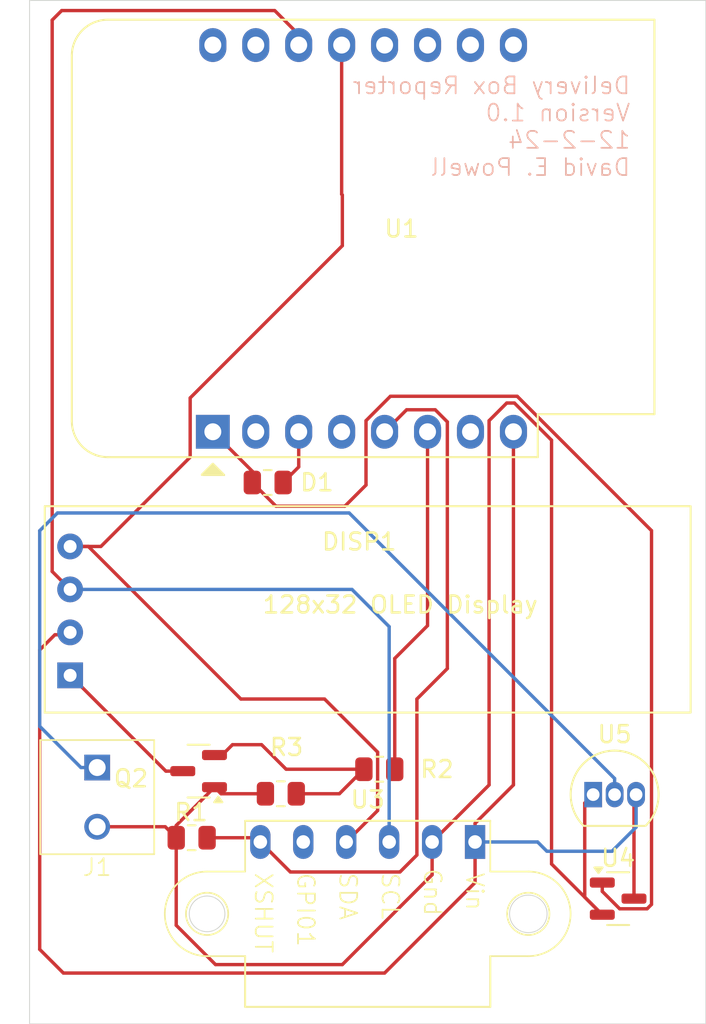
<source format=kicad_pcb>
(kicad_pcb (version 20240108) (generator "pcbnew") (generator_version "8.0")
  (layers (0 "F.Cu" signal) (31 "B.Cu" signal) (36 "B.SilkS" user "B.Silkscreen") (37 "F.SilkS" user "F.Silkscreen") (38 "B.Mask" user) (39 "F.Mask" user) (44 "Edge.Cuts" user))
  (net 0 "")
  (net 1 "Net-(D1-K)")
  (net 2 "Net-(D1-A)")
  (net 3 "Earth")
  (net 4 "Net-(Q2-B)")
  (net 5 "Net-(DISP1-Gnd)")
  (net 6 "Net-(U1-MISO{slash}D6)")
  (net 7 "Net-(U1-MOSI{slash}D7)")
  (net 13 "+3.3V")
  (net 15 "Net-(DISP1-SCL)")
  (net 19 "Net-(DISP1-SDA)")
  (net 20 "Net-(J1-Pin_1)")
  (footprint "Resistor_SMD:R_0805_2012Metric" (layer "F.Cu") (at 143.4875 115.15)
    (property "Reference" "R2" (at 3.4125 0 0) (layer "F.SilkS"))
    (property "Value" "100K")
    (fp_line (start -0.227064 -0.735) (end 0.227064 -0.735) (stroke (width 0.12)) (layer "F.SilkS"))
    (fp_line (start -0.227064 0.735) (end 0.227064 0.735) (stroke (width 0.12)) (layer "F.SilkS"))
    (pad "1" smd roundrect (at -0.9125 0) (size 1.025 1.4) (layers "F.Cu" "F.Paste" "F.Mask") (roundrect_rratio 0.243902) (net 4 "Net-(Q2-B)"))
    (pad "2" smd roundrect (at 0.9125 0) (size 1.025 1.4) (layers "F.Cu" "F.Paste" "F.Mask") (roundrect_rratio 0.243902) (net 7 "Net-(U1-MOSI{slash}D7)"))
  )
  (footprint "Package_TO_SOT_THT:TO-92_Inline" (layer "F.Cu") (at 156.135 116.65)
    (property "Reference" "U5" (at 1.27 -3.56 0) (layer "F.SilkS"))
    (property "Value" "MCP1702-3302E")
    (fp_line (start -0.53 1.85) (end 3.07 1.85) (stroke (width 0.12)) (layer "F.SilkS"))
    (fp_arc (start -0.568478 1.838478) (mid -1.132087 -0.994977) (end 1.27 -2.6) (stroke (width 0.12)) (layer "F.SilkS"))
    (fp_arc (start 1.27 -2.6) (mid 3.672087 -0.994977) (end 3.108478 1.838478) (stroke (width 0.12)) (layer "F.SilkS"))
    (pad "1" thru_hole rect (at 0 0) (size 1.05 1.5) (drill 0.75) (layers "*.Cu" "*.Mask") (net 3 "Earth"))
    (pad "2" thru_hole oval (at 1.27 0) (size 1.05 1.5) (drill 0.75) (layers "*.Cu" "*.Mask") (net 20 "Net-(J1-Pin_1)"))
    (pad "3" thru_hole oval (at 2.54 0) (size 1.05 1.5) (drill 0.75) (layers "*.Cu" "*.Mask") (net 13 "+3.3V"))
  )
  (footprint "Package_TO_SOT_SMD:SOT-23" (layer "F.Cu") (at 157.6125 122.8)
    (property "Reference" "U4" (at 0 -2.4 0) (layer "F.SilkS"))
    (property "Value" "TLV803EB33VDBZR")
    (fp_line (start 0 -1.56) (end -0.65 -1.56) (stroke (width 0.12)) (layer "F.SilkS"))
    (fp_line (start 0 -1.56) (end 0.65 -1.56) (stroke (width 0.12)) (layer "F.SilkS"))
    (fp_line (start 0 1.56) (end -0.65 1.56) (stroke (width 0.12)) (layer "F.SilkS"))
    (fp_line (start 0 1.56) (end 0.65 1.56) (stroke (width 0.12)) (layer "F.SilkS"))
    (fp_poly (pts (xy -1.1625 -1.51) (xy -1.4025 -1.84) (xy -0.9225 -1.84) (xy -1.1625 -1.51)) (stroke (width 0.12)) (fill solid) (layer "F.SilkS"))
    (pad "1" smd roundrect (at -0.9375 -0.95) (size 1.475 0.6) (layers "F.Cu" "F.Paste" "F.Mask") (net 2 "Net-(D1-A)"))
    (pad "2" smd roundrect (at -0.9375 0.95) (size 1.475 0.6) (layers "F.Cu" "F.Paste" "F.Mask") (net 3 "Earth"))
    (pad "3" smd roundrect (at 0.9375 0) (size 1.475 0.6) (layers "F.Cu" "F.Paste" "F.Mask") (net 13 "+3.3V"))
  )
  (footprint "Resistor_SMD:R_0805_2012Metric" (layer "F.Cu") (at 132.3875 119.2)
    (property "Reference" "R1" (at -0.0375 -1.5 0) (layer "F.SilkS"))
    (property "Value" "10K")
    (fp_line (start -0.227064 -0.735) (end 0.227064 -0.735) (stroke (width 0.12)) (layer "F.SilkS"))
    (fp_line (start -0.227064 0.735) (end 0.227064 0.735) (stroke (width 0.12)) (layer "F.SilkS"))
    (pad "1" smd roundrect (at -0.9125 0) (size 1.025 1.4) (layers "F.Cu" "F.Paste" "F.Mask") (roundrect_rratio 0.243902) (net 3 "Earth"))
    (pad "2" smd roundrect (at 0.9125 0) (size 1.025 1.4) (layers "F.Cu" "F.Paste" "F.Mask") (roundrect_rratio 0.243902) (net 6 "Net-(U1-MISO{slash}D6)"))
  )
  (footprint "Resistor_SMD:R_0805_2012Metric" (layer "F.Cu") (at 137.6625 116.6)
    (property "Reference" "R3" (at 0.3375 -2.75 180) (layer "F.SilkS"))
    (property "Value" "10K")
    (fp_line (start -0.227064 -0.735) (end 0.227064 -0.735) (stroke (width 0.12)) (layer "F.SilkS"))
    (fp_line (start -0.227064 0.735) (end 0.227064 0.735) (stroke (width 0.12)) (layer "F.SilkS"))
    (pad "1" smd roundrect (at -0.9125 0) (size 1.025 1.4) (layers "F.Cu" "F.Paste" "F.Mask") (roundrect_rratio 0.243902) (net 3 "Earth"))
    (pad "2" smd roundrect (at 0.9125 0) (size 1.025 1.4) (layers "F.Cu" "F.Paste" "F.Mask") (roundrect_rratio 0.243902) (net 4 "Net-(Q2-B)"))
  )
  (footprint "Package_TO_SOT_SMD:SOT-23" (layer "F.Cu") (at 132.8 115.2625 180)
    (property "Reference" "Q2" (at 4 -0.4375 180) (layer "F.SilkS"))
    (property "Value" "2N3904")
    (fp_line (start 0 1.56) (end 0.65 1.56) (stroke (width 0.12)) (layer "F.SilkS"))
    (fp_line (start 0 1.56) (end -0.65 1.56) (stroke (width 0.12)) (layer "F.SilkS"))
    (fp_line (start 0 -1.56) (end 0.65 -1.56) (stroke (width 0.12)) (layer "F.SilkS"))
    (fp_line (start 0 -1.56) (end -0.65 -1.56) (stroke (width 0.12)) (layer "F.SilkS"))
    (fp_poly (pts (xy -1.1625 -1.51) (xy -1.4025 -1.84) (xy -0.9225 -1.84) (xy -1.1625 -1.51)) (stroke (width 0.12)) (fill solid) (layer "F.SilkS"))
    (pad "1" smd roundrect (at -0.9375 -0.95 180) (size 1.475 0.6) (layers "F.Cu" "F.Paste" "F.Mask") (net 3 "Earth"))
    (pad "2" smd roundrect (at -0.9375 0.95 180) (size 1.475 0.6) (layers "F.Cu" "F.Paste" "F.Mask") (net 4 "Net-(Q2-B)"))
    (pad "3" smd roundrect (at 0.9375 0 180) (size 1.475 0.6) (layers "F.Cu" "F.Paste" "F.Mask") (net 5 "Net-(DISP1-Gnd)"))
  )
  (footprint "Display:OLED_0.91_128x32" (layer "F.Cu") (at 125.1732 109.5902)
    (property "Reference" "DISP1" (at 17.1268 -7.8902 0) (layer "F.SilkS"))
    (property "Value" "128x32_OLED_Display" (hide yes))
    (fp_rect (start -1.4732 2.2098) (end 36.7268 -9.9902) (stroke (width 0.12)) (fill none) (layer "F.SilkS"))
    (fp_text user "128x32 OLED Display" (at 19.558 -4.1656 0) (layer "F.SilkS"))
    (pad "1" thru_hole rect (at 0.0268 0.0098) (size 1.524 1.524) (drill 0.762) (layers "*.Cu" "*.Mask") (net 5 "Net-(DISP1-Gnd)"))
    (pad "2" thru_hole circle (at 0.0268 -2.5302) (size 1.524 1.524) (drill 0.762) (layers "*.Cu" "*.Mask") (net 13 "+3.3V"))
    (pad "3" thru_hole circle (at 0.0268 -5.0702) (size 1.524 1.524) (drill 0.762) (layers "*.Cu" "*.Mask") (net 15 "Net-(DISP1-SCL)"))
    (pad "4" thru_hole circle (at 0.0268 -7.6102) (size 1.524 1.524) (drill 0.762) (layers "*.Cu" "*.Mask") (net 19 "Net-(DISP1-SDA)"))
  )
  (footprint "Module:WEMOS_D1_mini_light" (layer "F.Cu") (at 133.64 95.2 90)
    (property "Reference" "U1" (at 12 11.16 180) (layer "F.SilkS"))
    (property "Value" "ESP8266 D1 Mini")
    (fp_line (start 22.24 -8.34) (end 0.63 -8.34) (stroke (width 0.12)) (layer "F.SilkS"))
    (fp_line (start 1.04 19.22) (end 1.04 26.12) (stroke (width 0.12)) (layer "F.SilkS"))
    (fp_line (start -1.5 19.22) (end -1.5 -6.21) (stroke (width 0.12)) (layer "F.SilkS"))
    (fp_line (start -1.5 19.22) (end 1.04 19.22) (stroke (width 0.12)) (layer "F.SilkS"))
    (fp_line (start 24.36 26.12) (end 24.36 -6.21) (stroke (width 0.12)) (layer "F.SilkS"))
    (fp_line (start 1.04 26.12) (end 24.36 26.12) (stroke (width 0.12)) (layer "F.SilkS"))
    (fp_arc (start 22.23 -8.34) (mid 23.736137 -7.716137) (end 24.36 -6.21) (stroke (width 0.12)) (layer "F.SilkS"))
    (fp_arc (start -1.5 -6.21) (mid -0.876137 -7.716137) (end 0.63 -8.34) (stroke (width 0.12)) (layer "F.SilkS"))
    (fp_poly (pts (xy -2.54 -0.635) (xy -2.54 0.635) (xy -1.905 0)) (stroke (width 0.15)) (fill solid) (layer "F.SilkS"))
    (pad "1" thru_hole rect (at 0 0 90) (size 2 2) (drill 1) (layers "*.Cu" "*.Mask") (net 2 "Net-(D1-A)"))
    (pad "2" thru_hole oval (at 0 2.54 90) (size 2 1.6) (drill 1) (layers "*.Cu" "*.Mask"))
    (pad "3" thru_hole oval (at 0 5.08 90) (size 2 1.6) (drill 1) (layers "*.Cu" "*.Mask") (net 1 "Net-(D1-K)"))
    (pad "4" thru_hole oval (at 0 7.62 90) (size 2 1.6) (drill 1) (layers "*.Cu" "*.Mask"))
    (pad "5" thru_hole oval (at 0 10.16 90) (size 2 1.6) (drill 1) (layers "*.Cu" "*.Mask") (net 6 "Net-(U1-MISO{slash}D6)"))
    (pad "6" thru_hole oval (at 0 12.7 90) (size 2 1.6) (drill 1) (layers "*.Cu" "*.Mask") (net 7 "Net-(U1-MOSI{slash}D7)"))
    (pad "7" thru_hole oval (at 0 15.24 90) (size 2 1.6) (drill 1) (layers "*.Cu" "*.Mask"))
    (pad "8" thru_hole oval (at 0 17.78 90) (size 2 1.6) (drill 1) (layers "*.Cu" "*.Mask") (net 13 "+3.3V"))
    (pad "9" thru_hole oval (at 22.86 17.78 90) (size 2 1.6) (drill 1) (layers "*.Cu" "*.Mask"))
    (pad "10" thru_hole oval (at 22.86 15.24 90) (size 2 1.6) (drill 1) (layers "*.Cu" "*.Mask"))
    (pad "11" thru_hole oval (at 22.86 12.7 90) (size 2 1.6) (drill 1) (layers "*.Cu" "*.Mask"))
    (pad "12" thru_hole oval (at 22.86 10.16 90) (size 2 1.6) (drill 1) (layers "*.Cu" "*.Mask"))
    (pad "13" thru_hole oval (at 22.86 7.62 90) (size 2 1.6) (drill 1) (layers "*.Cu" "*.Mask") (net 19 "Net-(DISP1-SDA)"))
    (pad "14" thru_hole oval (at 22.86 5.08 90) (size 2 1.6) (drill 1) (layers "*.Cu" "*.Mask") (net 15 "Net-(DISP1-SCL)"))
    (pad "15" thru_hole oval (at 22.86 2.54 90) (size 2 1.6) (drill 1) (layers "*.Cu" "*.Mask"))
    (pad "16" thru_hole oval (at 22.86 0 90) (size 2 1.6) (drill 1) (layers "*.Cu" "*.Mask"))
  )
  (footprint "Resistor_SMD:R_0805_2012Metric" (layer "F.Cu") (at 136.8875 98.2 180)
    (property "Reference" "D1" (at -2.9125 0 0) (layer "F.SilkS"))
    (property "Value" "1N914")
    (fp_line (start -0.227064 0.735) (end 0.227064 0.735) (stroke (width 0.12)) (layer "F.SilkS"))
    (fp_line (start -0.227064 -0.735) (end 0.227064 -0.735) (stroke (width 0.12)) (layer "F.SilkS"))
    (pad "1" smd roundrect (at -0.9125 0 180) (size 1.025 1.4) (layers "F.Cu" "F.Paste" "F.Mask") (roundrect_rratio 0.243902) (net 1 "Net-(D1-K)"))
    (pad "2" smd roundrect (at 0.9125 0 180) (size 1.025 1.4) (layers "F.Cu" "F.Paste" "F.Mask") (roundrect_rratio 0.243902) (net 2 "Net-(D1-A)"))
  )
  (footprint "Sensor_Distance:GY-VL53LOX-V2" (layer "F.Cu") (at 142.8 119.45 180)
    (property "Reference" "U3" (at 0 2.5 360) (layer "F.SilkS"))
    (property "Value" "~")
    (fp_line (start 9.5 -1.75) (end 7.25 -1.75) (stroke (width 0.1)) (layer "F.SilkS"))
    (fp_line (start 9.5 -6.75) (end 7.25 -6.75) (stroke (width 0.1)) (layer "F.SilkS"))
    (fp_line (start 7.25 1.25) (end 7.25 -1.75) (stroke (width 0.1)) (layer "F.SilkS"))
    (fp_line (start 7.25 1.25) (end -7.25 1.25) (stroke (width 0.12)) (layer "F.SilkS"))
    (fp_line (start 7.25 -6.75) (end 7.25 -9.75) (stroke (width 0.12)) (layer "F.SilkS"))
    (fp_line (start -7.25 1.25) (end -7.25 -1.75) (stroke (width 0.1)) (layer "F.SilkS"))
    (fp_line (start -7.25 -6.75) (end -7.25 -9.75) (stroke (width 0.12)) (layer "F.SilkS"))
    (fp_line (start -7.25 -9.75) (end 7.25 -9.75) (stroke (width 0.12)) (layer "F.SilkS"))
    (fp_line (start -9.5 -6.75) (end -7.25 -6.75) (stroke (width 0.1)) (layer "F.SilkS"))
    (fp_line (start -9.55 -1.75) (end -7.25 -1.75) (stroke (width 0.1)) (layer "F.SilkS"))
    (fp_arc (start 9.5 -6.75) (mid 12 -4.25) (end 9.5 -1.75) (stroke (width 0.1)) (layer "F.SilkS"))
    (fp_arc (start -9.5 -1.75) (mid -12 -4.25) (end -9.5 -6.75) (stroke (width 0.1)) (layer "F.SilkS"))
    (fp_circle (center 9.5 -4.25) (end 8.25 -4.25) (stroke (width 0.1)) (fill none) (layer "F.SilkS"))
    (fp_circle (center -9.5 -4.25) (end -8.25 -4.25) (stroke (width 0.1)) (fill none) (layer "F.SilkS"))
    (fp_text user "Gnd" (at -3.25 -1.5 -90) (layer "F.SilkS") (effects (font (thickness 0.1)) (justify left bottom)))
    (fp_text user "Vin" (at -5.75 -1.75 -90) (layer "F.SilkS") (effects (font (thickness 0.1)) (justify left bottom)))
    (fp_text user "SCL" (at -0.75 -1.75 -90) (layer "F.SilkS") (effects (font (thickness 0.1)) (justify left bottom)))
    (fp_text user "GPI01" (at 4.25 -1.75 -90) (layer "F.SilkS") (effects (font (thickness 0.1)) (justify left bottom)))
    (fp_text user "SDA" (at 1.75 -1.75 -90) (layer "F.SilkS") (effects (font (thickness 0.1)) (justify left bottom)))
    (fp_text user "XSHUT" (at 6.75 -1.75 -90) (layer "F.SilkS") (effects (font (thickness 0.1)) (justify left bottom)))
    (pad "1" thru_hole rect (at -6.35 0 180) (size 1.2 2) (drill 0.8) (layers "*.Cu" "*.Mask") (net 13 "+3.3V"))
    (pad "2" thru_hole oval (at -3.81 0 180) (size 1.2 2) (drill 0.8) (layers "*.Cu" "*.Mask") (net 3 "Earth"))
    (pad "3" thru_hole oval (at -1.27 0 180) (size 1.2 2) (drill 0.8) (layers "*.Cu" "*.Mask") (net 15 "Net-(DISP1-SCL)"))
    (pad "4" thru_hole oval (at 1.27 0 180) (size 1.2 2) (drill 0.8) (layers "*.Cu" "*.Mask") (net 19 "Net-(DISP1-SDA)"))
    (pad "5" thru_hole oval (at 3.81 0 180) (size 1.2 2) (drill 0.8) (layers "*.Cu" "*.Mask"))
    (pad "6" thru_hole oval (at 6.35 0 180) (size 1.2 2) (drill 0.8) (layers "*.Cu" "*.Mask") (net 6 "Net-(U1-MISO{slash}D6)"))
  )
  (footprint "Davids_Footprints:KF350 2 Pin Terminal Block" (layer "F.Cu") (at 126.8 115.05 -90)
    (property "Reference" "J1" (at 5.9 0 0) (layer "F.SilkS") (effects (font (thickness 0.1))))
    (property "Value" "Solar Panel")
    (fp_rect (start -1.625 -3.375) (end 5.125 3.375) (stroke (width 0.1)) (fill none) (layer "F.SilkS"))
    (pad "1" thru_hole rect (at 0 0 270) (size 1.524 1.524) (drill 1) (layers "*.Cu" "*.Mask") (net 20 "Net-(J1-Pin_1)"))
    (pad "2" thru_hole circle (at 3.5 0 270) (size 1.524 1.524) (drill 1) (layers "*.Cu" "*.Mask") (net 3 "Earth"))
  )
  (gr_circle (center 133.3 123.7) (end 134.2 124.25) (stroke (width 0.05)) (fill none) (layer "Edge.Cuts"))
  (gr_rect (start 122.8 69.7) (end 162.8 130.2) (stroke (width 0.05)) (fill none) (layer "Edge.Cuts"))
  (gr_circle (center 152.3 123.7) (end 153.4 123.55) (stroke (width 0.05)) (fill none) (layer "Edge.Cuts"))
  (gr_text "Delivery Box Reporter\nVersion 1.0\n12-2-24\nDavid E. Powell" (at 158.4 80.15 0) (layer "B.SilkS") (effects (font (size 1 1) (thickness 0.1)) (justify left bottom mirror)))
  (segment (start 138.72 95.2) (end 138.72 97.28) (width 0.2) (layer "F.Cu") (net 1))
  (segment (start 138.72 97.28) (end 137.8 98.2) (width 0.2) (layer "F.Cu") (net 1))
  (segment (start 137.375 99.6) (end 135.975 98.2) (width 0.2) (layer "F.Cu") (net 2))
  (segment (start 157.703052 123.4) (end 159.328052 123.4) (width 0.2) (layer "F.Cu") (net 2))
  (segment (start 156.675 122.371948) (end 157.703052 123.4) (width 0.2) (layer "F.Cu") (net 2))
  (segment (start 135.975 97.535) (end 133.64 95.2) (width 0.2) (layer "F.Cu") (net 2))
  (segment (start 142.7 94.544365) (end 142.7 98.35) (width 0.2) (layer "F.Cu") (net 2))
  (segment (start 142.7 98.35) (end 141.45 99.6) (width 0.2) (layer "F.Cu") (net 2))
  (segment (start 159.328052 123.4) (end 159.5875 123.140552) (width 0.2) (layer "F.Cu") (net 2))
  (segment (start 159.5875 101.046179) (end 151.641321 93.1) (width 0.2) (layer "F.Cu") (net 2))
  (segment (start 141.45 99.6) (end 137.375 99.6) (width 0.2) (layer "F.Cu") (net 2))
  (segment (start 151.641321 93.1) (end 144.144365 93.1) (width 0.2) (layer "F.Cu") (net 2))
  (segment (start 135.975 98.2) (end 135.975 97.535) (width 0.2) (layer "F.Cu") (net 2))
  (segment (start 156.675 121.85) (end 156.675 122.371948) (width 0.2) (layer "F.Cu") (net 2))
  (segment (start 144.144365 93.1) (end 142.7 94.544365) (width 0.2) (layer "F.Cu") (net 2))
  (segment (start 159.5875 123.140552) (end 159.5875 101.046179) (width 0.2) (layer "F.Cu") (net 2))
  (segment (start 141.3 126.7) (end 146.61 121.39) (width 0.2) (layer "F.Cu") (net 3))
  (segment (start 149.98 116.08) (end 146.61 119.45) (width 0.2) (layer "F.Cu") (net 3))
  (segment (start 149.98 94.544365) (end 149.98 116.08) (width 0.2) (layer "F.Cu") (net 3))
  (segment (start 131.475 118.475) (end 133.7375 116.2125) (width 0.2) (layer "F.Cu") (net 3))
  (segment (start 146.61 121.39) (end 146.61 119.45) (width 0.2) (layer "F.Cu") (net 3))
  (segment (start 131.475 119.2) (end 131.475 118.475) (width 0.2) (layer "F.Cu") (net 3))
  (segment (start 153.675 95.699365) (end 151.475635 93.5) (width 0.2) (layer "F.Cu") (net 3))
  (segment (start 131.475 124.375) (end 133.8 126.7) (width 0.2) (layer "F.Cu") (net 3))
  (segment (start 126.8 118.55) (end 130.825 118.55) (width 0.2) (layer "F.Cu") (net 3))
  (segment (start 134.125 116.6) (end 133.7375 116.2125) (width 0.2) (layer "F.Cu") (net 3))
  (segment (start 131.475 119.2) (end 131.475 124.375) (width 0.2) (layer "F.Cu") (net 3))
  (segment (start 156.675 123.75) (end 155.6375 122.7125) (width 0.2) (layer "F.Cu") (net 3))
  (segment (start 153.675 120.75) (end 153.675 95.699365) (width 0.2) (layer "F.Cu") (net 3))
  (segment (start 133.8 126.7) (end 141.3 126.7) (width 0.2) (layer "F.Cu") (net 3))
  (segment (start 130.825 118.55) (end 131.475 119.2) (width 0.2) (layer "F.Cu") (net 3))
  (segment (start 155.6375 117.1475) (end 156.135 116.65) (width 0.2) (layer "F.Cu") (net 3))
  (segment (start 151.024365 93.5) (end 149.98 94.544365) (width 0.2) (layer "F.Cu") (net 3))
  (segment (start 151.475635 93.5) (end 151.024365 93.5) (width 0.2) (layer "F.Cu") (net 3))
  (segment (start 136.75 116.6) (end 134.125 116.6) (width 0.2) (layer "F.Cu") (net 3))
  (segment (start 156.675 123.75) (end 153.675 120.75) (width 0.2) (layer "F.Cu") (net 3))
  (segment (start 155.6375 122.7125) (end 155.6375 117.1475) (width 0.2) (layer "F.Cu") (net 3))
  (segment (start 141.125 116.6) (end 142.575 115.15) (width 0.2) (layer "F.Cu") (net 4))
  (segment (start 134.1875 114.3125) (end 134.8 113.7) (width 0.2) (layer "F.Cu") (net 4))
  (segment (start 134.8 113.7) (end 136.525 113.7) (width 0.2) (layer "F.Cu") (net 4))
  (segment (start 138.575 116.6) (end 141.125 116.6) (width 0.2) (layer "F.Cu") (net 4))
  (segment (start 137.975 115.15) (end 142.575 115.15) (width 0.2) (layer "F.Cu") (net 4))
  (segment (start 133.7375 114.3125) (end 134.1875 114.3125) (width 0.2) (layer "F.Cu") (net 4))
  (segment (start 136.525 113.7) (end 137.975 115.15) (width 0.2) (layer "F.Cu") (net 4))
  (segment (start 133.7375 114.3125) (end 133.7375 114.5125) (width 0.2) (layer "F.Cu") (net 4))
  (segment (start 131.8625 115.2625) (end 130.8625 115.2625) (width 0.2) (layer "F.Cu") (net 5))
  (segment (start 130.8625 115.2625) (end 125.2 109.6) (width 0.2) (layer "F.Cu") (net 5))
  (segment (start 144.708478 121.224314) (end 145.71 120.222792) (width 0.2) (layer "F.Cu") (net 6))
  (segment (start 136.45 119.45) (end 138.224314 121.224314) (width 0.2) (layer "F.Cu") (net 6))
  (segment (start 138.224314 121.224314) (end 144.708478 121.224314) (width 0.2) (layer "F.Cu") (net 6))
  (segment (start 136.2 119.2) (end 136.45 119.45) (width 0.2) (layer "F.Cu") (net 6))
  (segment (start 147.51 94.614365) (end 146.795635 93.9) (width 0.2) (layer "F.Cu") (net 6))
  (segment (start 133.3 119.2) (end 136.2 119.2) (width 0.2) (layer "F.Cu") (net 6))
  (segment (start 145.71 111) (end 147.51 109.2) (width 0.2) (layer "F.Cu") (net 6))
  (segment (start 145.1 93.9) (end 143.8 95.2) (width 0.2) (layer "F.Cu") (net 6))
  (segment (start 145.71 120.222792) (end 145.71 111) (width 0.2) (layer "F.Cu") (net 6))
  (segment (start 147.51 109.2) (end 147.51 94.614365) (width 0.2) (layer "F.Cu") (net 6))
  (segment (start 146.795635 93.9) (end 145.1 93.9) (width 0.2) (layer "F.Cu") (net 6))
  (segment (start 146.34 106.66) (end 146.34 95.2) (width 0.2) (layer "F.Cu") (net 7))
  (segment (start 144.4 108.6) (end 146.34 106.66) (width 0.2) (layer "F.Cu") (net 7))
  (segment (start 144.4 115.15) (end 144.4 108.6) (width 0.2) (layer "F.Cu") (net 7))
  (segment (start 125.06 107.2) (end 124.3 107.2) (width 0.2) (layer "F.Cu") (net 13))
  (segment (start 125.2 107.06) (end 125.06 107.2) (width 0.2) (layer "F.Cu") (net 13))
  (segment (start 149.15 121.85) (end 149.15 119.45) (width 0.2) (layer "F.Cu") (net 13))
  (segment (start 158.55 116.775) (end 158.675 116.65) (width 0.2) (layer "F.Cu") (net 13))
  (segment (start 149.15 118.35) (end 151.42 116.08) (width 0.2) (layer "F.Cu") (net 13))
  (segment (start 124.8 127.2) (end 143.8 127.2) (width 0.2) (layer "F.Cu") (net 13))
  (segment (start 151.42 116.08) (end 151.42 116) (width 0.2) (layer "F.Cu") (net 13))
  (segment (start 123.4 108.1) (end 123.4 125.8) (width 0.2) (layer "F.Cu") (net 13))
  (segment (start 158.55 122.8) (end 158.55 116.775) (width 0.2) (layer "F.Cu") (net 13))
  (segment (start 123.4 125.8) (end 124.8 127.2) (width 0.2) (layer "F.Cu") (net 13))
  (segment (start 124.3 107.2) (end 123.4 108.1) (width 0.2) (layer "F.Cu") (net 13))
  (segment (start 151.42 116) (end 151.42 95.2) (width 0.2) (layer "F.Cu") (net 13))
  (segment (start 143.8 127.2) (end 149.15 121.85) (width 0.2) (layer "F.Cu") (net 13))
  (segment (start 149.15 119.45) (end 149.15 118.35) (width 0.2) (layer "F.Cu") (net 13))
  (segment (start 158.675 116.65) (end 158.675 118.575) (width 0.2) (layer "B.Cu") (net 13))
  (segment (start 152.85 119.45) (end 149.15 119.45) (width 0.2) (layer "B.Cu") (net 13))
  (segment (start 158.675 118.575) (end 157.25 120) (width 0.2) (layer "B.Cu") (net 13))
  (segment (start 157.25 120) (end 153.4 120) (width 0.2) (layer "B.Cu") (net 13))
  (segment (start 153.4 120) (end 152.85 119.45) (width 0.2) (layer "B.Cu") (net 13))
  (segment (start 137.3 70.3) (end 138.72 71.72) (width 0.2) (layer "F.Cu") (net 15))
  (segment (start 124.138 70.862) (end 124.7 70.3) (width 0.2) (layer "F.Cu") (net 15))
  (segment (start 124.138 103.458) (end 124.138 70.862) (width 0.2) (layer "F.Cu") (net 15))
  (segment (start 125.2 104.52) (end 124.138 103.458) (width 0.2) (layer "F.Cu") (net 15))
  (segment (start 124.7 70.3) (end 137.3 70.3) (width 0.2) (layer "F.Cu") (net 15))
  (segment (start 138.72 71.72) (end 138.72 72.34) (width 0.2) (layer "F.Cu") (net 15))
  (segment (start 144.07 106.72) (end 141.87 104.52) (width 0.2) (layer "B.Cu") (net 15))
  (segment (start 144.07 119.45) (end 144.07 106.72) (width 0.2) (layer "B.Cu") (net 15))
  (segment (start 141.87 104.52) (end 125.2 104.52) (width 0.2) (layer "B.Cu") (net 15))
  (segment (start 141.05 118.97) (end 141.53 119.45) (width 0.2) (layer "F.Cu") (net 19))
  (segment (start 125.2 101.98) (end 127.02 101.98) (width 0.2) (layer "F.Cu") (net 19))
  (segment (start 141.26 81.16) (end 141.26 72.34) (width 0.2) (layer "F.Cu") (net 19))
  (segment (start 141.3 81.2) (end 141.26 81.16) (width 0.2) (layer "F.Cu") (net 19))
  (segment (start 132.3 96.7) (end 132.3 93.2) (width 0.2) (layer "F.Cu") (net 19))
  (segment (start 126.27763 101.98) (end 135.29763 111) (width 0.2) (layer "F.Cu") (net 19))
  (segment (start 140.25 111) (end 143.3875 114.1375) (width 0.2) (layer "F.Cu") (net 19))
  (segment (start 143.3875 117.5925) (end 141.53 119.45) (width 0.2) (layer "F.Cu") (net 19))
  (segment (start 125.2 101.98) (end 126.27763 101.98) (width 0.2) (layer "F.Cu") (net 19))
  (segment (start 127.02 101.98) (end 132.3 96.7) (width 0.2) (layer "F.Cu") (net 19))
  (segment (start 135.29763 111) (end 140.25 111) (width 0.2) (layer "F.Cu") (net 19))
  (segment (start 132.3 93.2) (end 141.3 84.2) (width 0.2) (layer "F.Cu") (net 19))
  (segment (start 143.3875 114.1375) (end 143.3875 117.5925) (width 0.2) (layer "F.Cu") (net 19))
  (segment (start 141.3 84.2) (end 141.3 81.2) (width 0.2) (layer "F.Cu") (net 19))
  (segment (start 126.8 115.05) (end 125.838 115.05) (width 0.2) (layer "B.Cu") (net 20))
  (segment (start 157.405 115.7) (end 157.405 116.65) (width 0.2) (layer "B.Cu") (net 20))
  (segment (start 125.838 115.05) (end 123.4 112.612) (width 0.2) (layer "B.Cu") (net 20))
  (segment (start 123.4 101.05) (end 124.45 100) (width 0.2) (layer "B.Cu") (net 20))
  (segment (start 123.4 112.612) (end 123.4 101.05) (width 0.2) (layer "B.Cu") (net 20))
  (segment (start 141.705 100) (end 157.405 115.7) (width 0.2) (layer "B.Cu") (net 20))
  (segment (start 124.45 100) (end 141.705 100) (width 0.2) (layer "B.Cu") (net 20))
)
</source>
